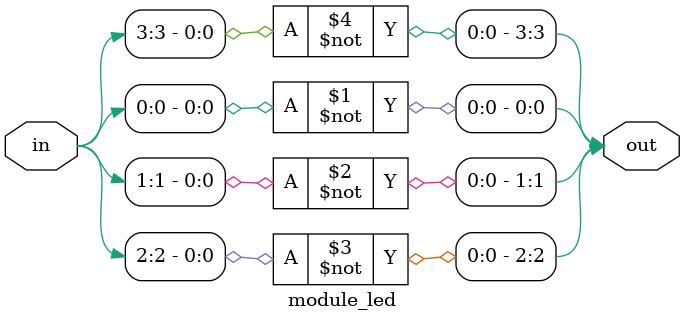
<source format=sv>
module module_led(
    input logic [3:0] in,
    output logic [3:0] out
);

    // Asignación de los LEDs a los bits de entrada
    assign out[0] = ~in[0]; // LED 0
    assign out[1] = ~in[1]; // LED 1
    assign out[2] = ~in[2]; // LED 2
    assign out[3] = ~in[3]; // LED 3

    // Se puede agregar lógica adicional aquí si es necesario
    // para controlar el comportamiento de los LEDs.
    // Por ejemplo, invertir la señal de un LED:
    // assign out[0] = ~in[0]; // Invertir LED 0
endmodule
</source>
